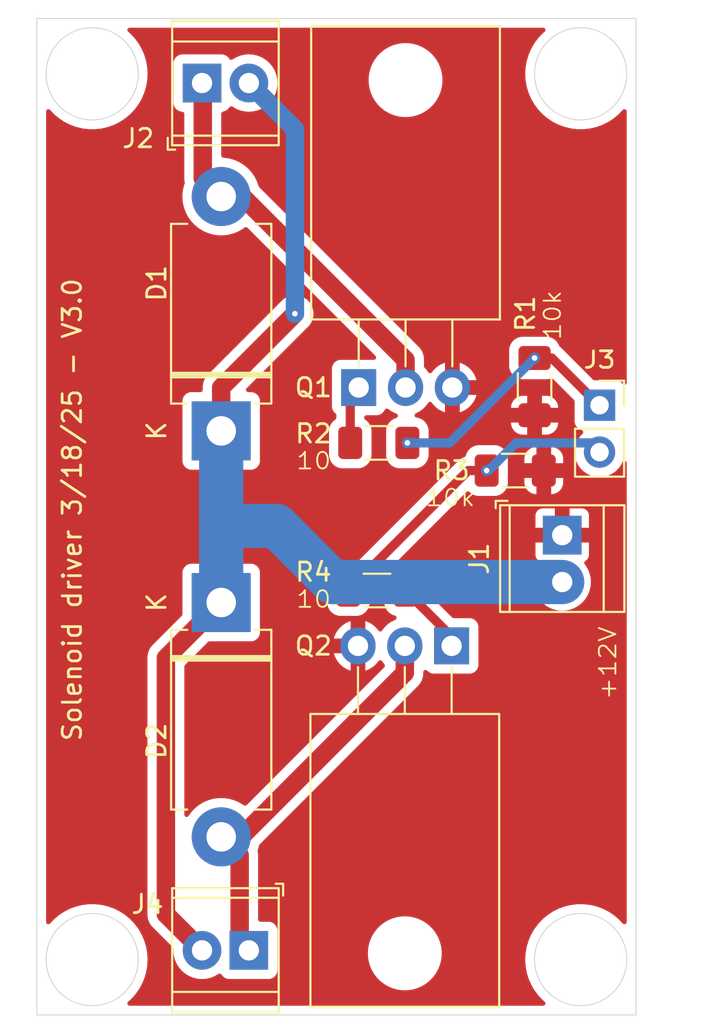
<source format=kicad_pcb>
(kicad_pcb (version 20240108) (generator "pcbnew") (generator_version "8.0")
  (layers (0 "F.Cu" signal) (31 "B.Cu" signal) (35 "F.Paste" user) (37 "F.SilkS" user "F.Silkscreen") (38 "B.Mask" user) (39 "F.Mask" user) (44 "Edge.Cuts" user))
  (net 0 "")
  (net 1 "drain1")
  (net 2 "drain2")
  (net 3 "pin1")
  (net 4 "pin2")
  (net 5 "r2 to gate1")
  (net 6 "r4 to gate2")
  (net 7 "+12V")
  (net 8 "GND")
  (footprint "Diode_THT:D_DO-201AD_P12.70mm_Horizontal" (layer "F.Cu") (at 142.5 63.35 90)
    (property "Reference" "D1" (at 8 -3.5 90) (layer "F.SilkS"))
    (property "Value" "D")
    (fp_line (start 11.22 -2.72) (end 11.22 -1.84) (stroke (width 0.12)) (layer "F.SilkS"))
    (fp_line (start 3.145 -2.72) (end 3.145 2.72) (stroke (width 0.12)) (layer "F.SilkS"))
    (fp_line (start 3.025 -2.72) (end 3.025 2.72) (stroke (width 0.12)) (layer "F.SilkS"))
    (fp_line (start 2.905 -2.72) (end 2.905 2.72) (stroke (width 0.12)) (layer "F.SilkS"))
    (fp_line (start 1.48 -2.72) (end 11.22 -2.72) (stroke (width 0.12)) (layer "F.SilkS"))
    (fp_line (start 1.48 -1.84) (end 1.48 -2.72) (stroke (width 0.12)) (layer "F.SilkS"))
    (fp_line (start 1.48 1.84) (end 1.48 2.72) (stroke (width 0.12)) (layer "F.SilkS"))
    (fp_line (start 11.22 2.72) (end 11.22 1.84) (stroke (width 0.12)) (layer "F.SilkS"))
    (fp_line (start 1.48 2.72) (end 11.22 2.72) (stroke (width 0.12)) (layer "F.SilkS"))
    (fp_text user "K" (at 0 -3.5 90) (layer "F.SilkS"))
    (pad "1" thru_hole rect (at 0 0 90) (size 3.2 3.2) (drill 1.6) (layers "*.Cu" "*.Mask") (net 7 "+12V"))
    (pad "2" thru_hole oval (at 12.7 0 90) (size 3.2 3.2) (drill 1.6) (layers "*.Cu" "*.Mask") (net 1 "drain1"))
  )
  (footprint "Resistor_SMD:R_1206_3216Metric_Pad1.30x1.75mm_HandSolder" (layer "F.Cu") (at 151.05 64 180)
    (property "Reference" "R2" (at 3.55 0.5 180) (layer "F.SilkS"))
    (property "Value" "10")
    (fp_line (start -0.727064 0.91) (end 0.727064 0.91) (stroke (width 0.12)) (layer "F.SilkS"))
    (fp_line (start -0.727064 -0.91) (end 0.727064 -0.91) (stroke (width 0.12)) (layer "F.SilkS"))
    (pad "1" smd roundrect (at -1.55 0 180) (size 1.3 1.75) (layers "F.Cu" "F.Paste" "F.Mask") (roundrect_rratio 0.192308) (net 3 "pin1"))
    (pad "2" smd roundrect (at 1.55 0 180) (size 1.3 1.75) (layers "F.Cu" "F.Paste" "F.Mask") (roundrect_rratio 0.192308) (net 5 "r2 to gate1"))
  )
  (footprint "Diode_THT:D_DO-201AD_P12.70mm_Horizontal" (layer "F.Cu") (at 142.5 72.65 -90)
    (property "Reference" "D2" (at 7.5 3.5 90) (layer "F.SilkS"))
    (property "Value" "D")
    (fp_line (start 1.48 2.72) (end 11.22 2.72) (stroke (width 0.12)) (layer "F.SilkS"))
    (fp_line (start 11.22 2.72) (end 11.22 1.84) (stroke (width 0.12)) (layer "F.SilkS"))
    (fp_line (start 1.48 1.84) (end 1.48 2.72) (stroke (width 0.12)) (layer "F.SilkS"))
    (fp_line (start 1.48 -1.84) (end 1.48 -2.72) (stroke (width 0.12)) (layer "F.SilkS"))
    (fp_line (start 1.48 -2.72) (end 11.22 -2.72) (stroke (width 0.12)) (layer "F.SilkS"))
    (fp_line (start 2.905 -2.72) (end 2.905 2.72) (stroke (width 0.12)) (layer "F.SilkS"))
    (fp_line (start 3.025 -2.72) (end 3.025 2.72) (stroke (width 0.12)) (layer "F.SilkS"))
    (fp_line (start 3.145 -2.72) (end 3.145 2.72) (stroke (width 0.12)) (layer "F.SilkS"))
    (fp_line (start 11.22 -2.72) (end 11.22 -1.84) (stroke (width 0.12)) (layer "F.SilkS"))
    (fp_text user "K" (at 0 3.5 90) (layer "F.SilkS"))
    (pad "1" thru_hole rect (at 0 0 270) (size 3.2 3.2) (drill 1.6) (layers "*.Cu" "*.Mask") (net 7 "+12V"))
    (pad "2" thru_hole oval (at 12.7 0 270) (size 3.2 3.2) (drill 1.6) (layers "*.Cu" "*.Mask") (net 2 "drain2"))
  )
  (footprint "Resistor_SMD:R_1206_3216Metric_Pad1.30x1.75mm_HandSolder" (layer "F.Cu") (at 158.45 65.5)
    (property "Reference" "R3" (at -3.45 0 0) (layer "F.SilkS"))
    (property "Value" "10K")
    (fp_line (start -0.727064 -0.91) (end 0.727064 -0.91) (stroke (width 0.12)) (layer "F.SilkS"))
    (fp_line (start -0.727064 0.91) (end 0.727064 0.91) (stroke (width 0.12)) (layer "F.SilkS"))
    (pad "1" smd roundrect (at -1.55 0) (size 1.3 1.75) (layers "F.Cu" "F.Paste" "F.Mask") (roundrect_rratio 0.192308) (net 4 "pin2"))
    (pad "2" smd roundrect (at 1.55 0) (size 1.3 1.75) (layers "F.Cu" "F.Paste" "F.Mask") (roundrect_rratio 0.192308) (net 8 "GND"))
  )
  (footprint "Package_TO_SOT_THT:TO-220-3_Horizontal_TabDown" (layer "F.Cu") (at 155 75 180)
    (property "Reference" "Q2" (at 7.5 0 180) (layer "F.SilkS"))
    (property "Value" "IRF3205")
    (fp_line (start 7.66 -19.58) (end 7.66 -3.69) (stroke (width 0.12)) (layer "F.SilkS"))
    (fp_line (start 5.08 -3.69) (end 5.08 -1.15) (stroke (width 0.12)) (layer "F.SilkS"))
    (fp_line (start 2.54 -3.69) (end 2.54 -1.15) (stroke (width 0.12)) (layer "F.SilkS"))
    (fp_line (start 0 -3.69) (end 0 -1.15) (stroke (width 0.12)) (layer "F.SilkS"))
    (fp_line (start -2.58 -3.69) (end 7.66 -3.69) (stroke (width 0.12)) (layer "F.SilkS"))
    (fp_line (start -2.58 -19.58) (end 7.66 -19.58) (stroke (width 0.12)) (layer "F.SilkS"))
    (fp_line (start -2.58 -19.58) (end -2.58 -3.69) (stroke (width 0.12)) (layer "F.SilkS"))
    (pad "" np_thru_hole circle (at 2.54 -16.66 180) (size 3.5 3.5) (drill 3.5) (layers "*.Cu" "*.Mask"))
    (pad "1" thru_hole rect (at 0 0 180) (size 1.905 2) (drill 1.1) (layers "*.Cu" "*.Mask") (net 6 "r4 to gate2"))
    (pad "2" thru_hole oval (at 2.54 0 180) (size 1.905 2) (drill 1.1) (layers "*.Cu" "*.Mask") (net 2 "drain2"))
    (pad "3" thru_hole oval (at 5.08 0 180) (size 1.905 2) (drill 1.1) (layers "*.Cu" "*.Mask") (net 8 "GND"))
  )
  (footprint "TerminalBlock_TE-Connectivity:TerminalBlock_TE_282834-2_1x02_P2.54mm_Horizontal" (layer "F.Cu") (at 144 91.5 180)
    (property "Reference" "J4" (at 5.5 2.5 0) (layer "F.SilkS"))
    (property "Value" "solenoid2 screw terminal")
    (fp_line (start 4.16 -3.37) (end 4.16 3.37) (stroke (width 0.12)) (layer "F.SilkS"))
    (fp_line (start -1.62 3.37) (end 4.16 3.37) (stroke (width 0.12)) (layer "F.SilkS"))
    (fp_line (start -1.62 2.85) (end 4.16 2.85) (stroke (width 0.12)) (layer "F.SilkS"))
    (fp_line (start -1.62 -2.25) (end 4.16 -2.25) (stroke (width 0.12)) (layer "F.SilkS"))
    (fp_line (start -1.62 -3.37) (end 4.16 -3.37) (stroke (width 0.12)) (layer "F.SilkS"))
    (fp_line (start -1.62 -3.37) (end -1.62 3.37) (stroke (width 0.12)) (layer "F.SilkS"))
    (fp_line (start -1.86 3.61) (end -1.46 3.61) (stroke (width 0.12)) (layer "F.SilkS"))
    (fp_line (start -1.86 2.97) (end -1.86 3.61) (stroke (width 0.12)) (layer "F.SilkS"))
    (pad "1" thru_hole rect (at 0 0 180) (size 2.1 2.1) (drill 1.1) (layers "*.Cu" "*.Mask") (net 2 "drain2"))
    (pad "2" thru_hole circle (at 2.54 0 180) (size 2.1 2.1) (drill 1.1) (layers "*.Cu" "*.Mask") (net 7 "+12V"))
  )
  (footprint "Resistor_SMD:R_1206_3216Metric_Pad1.30x1.75mm_HandSolder" (layer "F.Cu") (at 159.5 60.95 -90)
    (property "Reference" "R1" (at -3.95 0.5 90) (layer "F.SilkS"))
    (property "Value" "10K")
    (fp_line (start -0.727064 0.91) (end 0.727064 0.91) (stroke (width 0.12)) (layer "F.SilkS"))
    (fp_line (start -0.727064 -0.91) (end 0.727064 -0.91) (stroke (width 0.12)) (layer "F.SilkS"))
    (pad "1" smd roundrect (at -1.55 0 270) (size 1.3 1.75) (layers "F.Cu" "F.Paste" "F.Mask") (roundrect_rratio 0.192308) (net 3 "pin1"))
    (pad "2" smd roundrect (at 1.55 0 270) (size 1.3 1.75) (layers "F.Cu" "F.Paste" "F.Mask") (roundrect_rratio 0.192308) (net 8 "GND"))
  )
  (footprint "TerminalBlock_TE-Connectivity:TerminalBlock_TE_282834-2_1x02_P2.54mm_Horizontal" (layer "F.Cu") (at 141.46 44.5)
    (property "Reference" "J2" (at -3.46 3 0) (layer "F.SilkS"))
    (property "Value" "solenoid1 screw terminal")
    (fp_line (start -1.86 2.97) (end -1.86 3.61) (stroke (width 0.12)) (layer "F.SilkS"))
    (fp_line (start -1.86 3.61) (end -1.46 3.61) (stroke (width 0.12)) (layer "F.SilkS"))
    (fp_line (start -1.62 -3.37) (end -1.62 3.37) (stroke (width 0.12)) (layer "F.SilkS"))
    (fp_line (start -1.62 -3.37) (end 4.16 -3.37) (stroke (width 0.12)) (layer "F.SilkS"))
    (fp_line (start -1.62 -2.25) (end 4.16 -2.25) (stroke (width 0.12)) (layer "F.SilkS"))
    (fp_line (start -1.62 2.85) (end 4.16 2.85) (stroke (width 0.12)) (layer "F.SilkS"))
    (fp_line (start -1.62 3.37) (end 4.16 3.37) (stroke (width 0.12)) (layer "F.SilkS"))
    (fp_line (start 4.16 -3.37) (end 4.16 3.37) (stroke (width 0.12)) (layer "F.SilkS"))
    (pad "1" thru_hole rect (at 0 0) (size 2.1 2.1) (drill 1.1) (layers "*.Cu" "*.Mask") (net 1 "drain1"))
    (pad "2" thru_hole circle (at 2.54 0) (size 2.1 2.1) (drill 1.1) (layers "*.Cu" "*.Mask") (net 7 "+12V"))
  )
  (footprint "Resistor_SMD:R_1206_3216Metric_Pad1.30x1.75mm_HandSolder" (layer "F.Cu") (at 150.95 72)
    (property "Reference" "R4" (at -3.45 -1 0) (layer "F.SilkS"))
    (property "Value" "10")
    (fp_line (start -0.727064 -0.91) (end 0.727064 -0.91) (stroke (width 0.12)) (layer "F.SilkS"))
    (fp_line (start -0.727064 0.91) (end 0.727064 0.91) (stroke (width 0.12)) (layer "F.SilkS"))
    (pad "1" smd roundrect (at -1.55 0) (size 1.3 1.75) (layers "F.Cu" "F.Paste" "F.Mask") (roundrect_rratio 0.192308) (net 4 "pin2"))
    (pad "2" smd roundrect (at 1.55 0) (size 1.3 1.75) (layers "F.Cu" "F.Paste" "F.Mask") (roundrect_rratio 0.192308) (net 6 "r4 to gate2"))
  )
  (footprint "Package_TO_SOT_THT:TO-220-3_Horizontal_TabDown" (layer "F.Cu") (at 149.96 61)
    (property "Reference" "Q1" (at -2.46 0 0) (layer "F.SilkS"))
    (property "Value" "IRF3205")
    (fp_line (start -2.58 -19.58) (end -2.58 -3.69) (stroke (width 0.12)) (layer "F.SilkS"))
    (fp_line (start -2.58 -19.58) (end 7.66 -19.58) (stroke (width 0.12)) (layer "F.SilkS"))
    (fp_line (start -2.58 -3.69) (end 7.66 -3.69) (stroke (width 0.12)) (layer "F.SilkS"))
    (fp_line (start 0 -3.69) (end 0 -1.15) (stroke (width 0.12)) (layer "F.SilkS"))
    (fp_line (start 2.54 -3.69) (end 2.54 -1.15) (stroke (width 0.12)) (layer "F.SilkS"))
    (fp_line (start 5.08 -3.69) (end 5.08 -1.15) (stroke (width 0.12)) (layer "F.SilkS"))
    (fp_line (start 7.66 -19.58) (end 7.66 -3.69) (stroke (width 0.12)) (layer "F.SilkS"))
    (pad "" np_thru_hole circle (at 2.54 -16.66) (size 3.5 3.5) (drill 3.5) (layers "*.Cu" "*.Mask"))
    (pad "1" thru_hole rect (at 0 0) (size 1.905 2) (drill 1.1) (layers "*.Cu" "*.Mask") (net 5 "r2 to gate1"))
    (pad "2" thru_hole oval (at 2.54 0) (size 1.905 2) (drill 1.1) (layers "*.Cu" "*.Mask") (net 1 "drain1"))
    (pad "3" thru_hole oval (at 5.08 0) (size 1.905 2) (drill 1.1) (layers "*.Cu" "*.Mask") (net 8 "GND"))
  )
  (footprint "TerminalBlock_TE-Connectivity:TerminalBlock_TE_282834-2_1x02_P2.54mm_Horizontal" (layer "F.Cu") (at 161 69 -90)
    (property "Reference" "J1" (at 1.27 4.5 -90) (layer "F.SilkS"))
    (property "Value" "12v and gnd")
    (fp_line (start -1.86 3.61) (end -1.46 3.61) (stroke (width 0.12)) (layer "F.SilkS"))
    (fp_line (start -1.62 3.37) (end 4.16 3.37) (stroke (width 0.12)) (layer "F.SilkS"))
    (fp_line (start -1.86 2.97) (end -1.86 3.61) (stroke (width 0.12)) (layer "F.SilkS"))
    (fp_line (start -1.62 2.85) (end 4.16 2.85) (stroke (width 0.12)) (layer "F.SilkS"))
    (fp_line (start -1.62 -2.25) (end 4.16 -2.25) (stroke (width 0.12)) (layer "F.SilkS"))
    (fp_line (start -1.62 -3.37) (end -1.62 3.37) (stroke (width 0.12)) (layer "F.SilkS"))
    (fp_line (start -1.62 -3.37) (end 4.16 -3.37) (stroke (width 0.12)) (layer "F.SilkS"))
    (fp_line (start 4.16 -3.37) (end 4.16 3.37) (stroke (width 0.12)) (layer "F.SilkS"))
    (pad "1" thru_hole rect (at 0 0 270) (size 2.1 2.1) (drill 1.1) (layers "*.Cu" "*.Mask") (net 8 "GND"))
    (pad "2" thru_hole circle (at 2.54 0 270) (size 2.1 2.1) (drill 1.1) (layers "*.Cu" "*.Mask") (net 7 "+12V"))
  )
  (footprint "Connector_PinSocket_2.54mm:PinSocket_1x02_P2.54mm_Vertical" (layer "F.Cu") (at 163.025 61.96)
    (property "Reference" "J3" (at 0 -2.46 0) (layer "F.SilkS") (effects (font (size 0.9 1))))
    (property "Value" "signal 1 and 2")
    (fp_line (start -1.33 1.27) (end -1.33 3.87) (stroke (width 0.12)) (layer "F.SilkS"))
    (fp_line (start -1.33 1.27) (end 1.33 1.27) (stroke (width 0.12)) (layer "F.SilkS"))
    (fp_line (start -1.33 3.87) (end 1.33 3.87) (stroke (width 0.12)) (layer "F.SilkS"))
    (fp_line (start 0 -1.33) (end 1.33 -1.33) (stroke (width 0.12)) (layer "F.SilkS"))
    (fp_line (start 1.33 -1.33) (end 1.33 0) (stroke (width 0.12)) (layer "F.SilkS"))
    (fp_line (start 1.33 1.27) (end 1.33 3.87) (stroke (width 0.12)) (layer "F.SilkS"))
    (pad "1" thru_hole rect (at 0 0) (size 1.7 1.7) (drill 1) (layers "*.Cu" "*.Mask") (net 3 "pin1"))
    (pad "2" thru_hole oval (at 0 2.54) (size 1.7 1.7) (drill 1) (layers "*.Cu" "*.Mask") (net 4 "pin2"))
  )
  (gr_rect (start 132.5 41) (end 165 95) (stroke (width 0.05)) (fill none) (layer "Edge.Cuts"))
  (gr_circle (center 162 92) (end 163.5 94) (stroke (width 0.05)) (fill none) (layer "Edge.Cuts"))
  (gr_circle (center 162 44) (end 163.5 46) (stroke (width 0.05)) (fill none) (layer "Edge.Cuts"))
  (gr_circle (center 135.5 44) (end 137 46) (stroke (width 0.05)) (fill none) (layer "Edge.Cuts"))
  (gr_circle (center 135.5 92) (end 137 94) (stroke (width 0.05)) (fill none) (layer "Edge.Cuts"))
  (gr_text "10" (at 146.5 65.5 0) (layer "F.SilkS") (effects (font (size 0.9 1) (thickness 0.1)) (justify left bottom)))
  (gr_text "10" (at 146.5 73 0) (layer "F.SilkS") (effects (font (size 0.9 1) (thickness 0.1)) (justify left bottom)))
  (gr_text "10k" (at 161 58.5 90) (layer "F.SilkS") (effects (font (size 0.9 1) (thickness 0.1)) (justify left bottom)))
  (gr_text "Solenoid driver 3/18/25 - V3.0" (at 135 55 90) (layer "F.SilkS") (effects (font (size 1 1)) (justify right bottom)))
  (gr_text "+12V" (at 164 78 90) (layer "F.SilkS") (effects (font (size 0.9 1) (thickness 0.1)) (justify left bottom)))
  (gr_text "10k" (at 153.5 67.5 0) (layer "F.SilkS") (effects (font (size 0.9 1) (thickness 0.1)) (justify left bottom)))
  (segment (start 152.5 61) (end 152.5 59.5) (width 1) (layer "F.Cu") (net 1))
  (segment (start 141.5 44.54) (end 141.46 44.5) (width 1) (layer "F.Cu") (net 1))
  (segment (start 152.5 59.5) (end 143.65 50.65) (width 1) (layer "F.Cu") (net 1))
  (segment (start 143.65 50.65) (end 142.5 50.65) (width 1) (layer "F.Cu") (net 1))
  (segment (start 141.5 49.65) (end 141.5 44.54) (width 1) (layer "F.Cu") (net 1))
  (segment (start 142.5 50.65) (end 141.5 49.65) (width 1) (layer "F.Cu") (net 1))
  (segment (start 143.5 91) (end 144 91.5) (width 1) (layer "F.Cu") (net 2))
  (segment (start 143.5 86.35) (end 143.5 91) (width 1) (layer "F.Cu") (net 2))
  (segment (start 142.5 85.35) (end 143.5 86.35) (width 1) (layer "F.Cu") (net 2))
  (segment (start 142.5 85.35) (end 143.575 85.35) (width 1) (layer "F.Cu") (net 2))
  (segment (start 152.46 76.465) (end 152.46 75) (width 1) (layer "F.Cu") (net 2))
  (segment (start 143.575 85.35) (end 152.46 76.465) (width 1) (layer "F.Cu") (net 2))
  (segment (start 162.9925 61.96) (end 160.4325 59.4) (width 0.5) (layer "F.Cu") (net 3))
  (segment (start 160.4325 59.4) (end 159.5 59.4) (width 0.5) (layer "F.Cu") (net 3))
  (segment (start 163.025 61.96) (end 162.9925 61.96) (width 0.5) (layer "F.Cu") (net 3))
  (via (at 152.6 64) (size 0.6) (drill 0.3) (layers "F.Cu" "B.Cu") (net 3))
  (via (at 159.5 59.4) (size 0.6) (drill 0.3) (layers "F.Cu" "B.Cu") (net 3))
  (segment (start 154.9 64) (end 152.6 64) (width 0.5) (layer "B.Cu") (net 3))
  (segment (start 159.5 59.4) (end 154.9 64) (width 0.5) (layer "B.Cu") (net 3))
  (segment (start 156.9 65.5) (end 155.9 65.5) (width 0.5) (layer "F.Cu") (net 4))
  (segment (start 155.9 65.5) (end 149.4 72) (width 0.5) (layer "F.Cu") (net 4))
  (via (at 156.9 65.5) (size 0.6) (drill 0.3) (layers "F.Cu" "B.Cu") (net 4))
  (segment (start 158.5 64) (end 157 65.5) (width 0.5) (layer "B.Cu") (net 4))
  (segment (start 163.025 64.5) (end 162.525 64) (width 0.5) (layer "B.Cu") (net 4))
  (segment (start 162.525 64) (end 158.5 64) (width 0.5) (layer "B.Cu") (net 4))
  (segment (start 157 65.5) (end 156.9 65.5) (width 0.2) (layer "B.Cu") (net 4))
  (segment (start 149.5 61.46) (end 149.96 61) (width 0.5) (layer "F.Cu") (net 5))
  (segment (start 149.5 64) (end 149.5 61.46) (width 0.5) (layer "F.Cu") (net 5))
  (segment (start 155 74.5) (end 155 75) (width 0.5) (layer "F.Cu") (net 6))
  (segment (start 152.5 72) (end 155 74.5) (width 0.5) (layer "F.Cu") (net 6))
  (segment (start 139.5 89.54) (end 141.46 91.5) (width 1) (layer "F.Cu") (net 7))
  (segment (start 142.5 61) (end 146.5 57) (width 1) (layer "F.Cu") (net 7))
  (segment (start 142.5 72.65) (end 139.5 75.65) (width 1) (layer "F.Cu") (net 7))
  (segment (start 142.5 63.35) (end 142.5 61) (width 1) (layer "F.Cu") (net 7))
  (segment (start 139.5 75.65) (end 139.5 89.54) (width 1) (layer "F.Cu") (net 7))
  (via (at 146.5 57) (size 0.6) (drill 0.3) (layers "F.Cu" "B.Cu") (net 7))
  (segment (start 146.5 57) (end 146.5 47) (width 1) (layer "B.Cu") (net 7))
  (segment (start 148.54 71.54) (end 145.5 68.5) (width 2.4) (layer "B.Cu") (net 7))
  (segment (start 161 71.54) (end 148.54 71.54) (width 2.4) (layer "B.Cu") (net 7))
  (segment (start 145.5 68.5) (end 142.5 68.5) (width 2.4) (layer "B.Cu") (net 7))
  (segment (start 142.5 68.5) (end 142.5 72.65) (width 2.4) (layer "B.Cu") (net 7))
  (segment (start 146.5 47) (end 144 44.5) (width 1) (layer "B.Cu") (net 7))
  (segment (start 142.5 68.5) (end 142.5 63.35) (width 2.4) (layer "B.Cu") (net 7))
  (zone (net 8) (net_name "GND") (layer "F.Cu") (name "gnd") (connect_pads (clearance 0.5)) (min_thickness 0.25) (fill yes (thermal_gap 0.4) (thermal_bridge_width 0.8) (smoothing fillet) (radius 1.5))
    (polygon (pts (xy 130.5 40) (xy 166.5 40) (xy 166.5 95.5) (xy 130.5 95.5)))
  )
)
</source>
